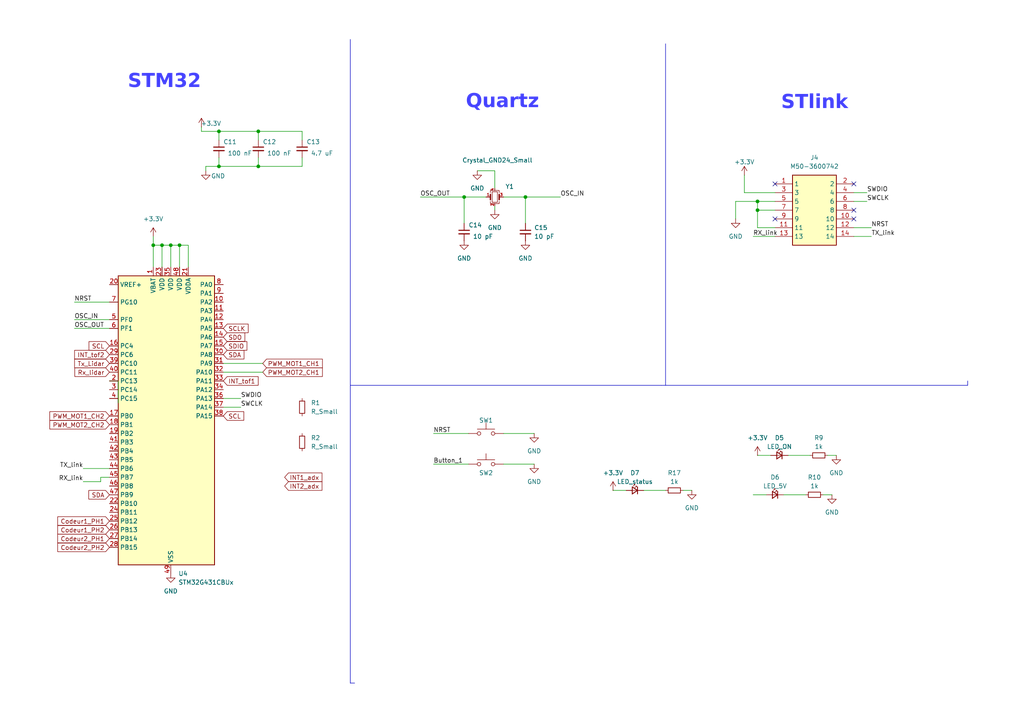
<source format=kicad_sch>
(kicad_sch (version 20231120) (generator "eeschema") (generator_version "8.0")
  (paper "A4")
  (lib_symbols
    (symbol "Device:C_Small" (pin_numbers hide) (pin_names (offset 0.254) hide)
      (property "Reference" "C" (at 0.254 1.778 0))
      (property "Value" "C_Small" (at 0.254 -2.032 0))
      (symbol "C_Small_0_1"
        (polyline (pts (xy -1.524 -0.508) (xy 1.524 -0.508)) (stroke (width 0.3302)))
        (polyline (pts (xy -1.524 0.508) (xy 1.524 0.508)) (stroke (width 0.3048)))
      )
      (symbol "C_Small_1_1"
        (pin passive line (at 0 2.54 270) (length 2.032) (name "~") (number "1"))
        (pin passive line (at 0 -2.54 90) (length 2.032) (name "~") (number "2"))
      )
    )
    (symbol "Device:Crystal_GND24_Small" (pin_names (offset 1.016) hide)
      (property "Reference" "Y" (at 1.27 4.445 0))
      (property "Value" "Crystal_GND24_Small" (at 1.27 2.54 0))
      (symbol "Crystal_GND24_Small_0_1"
        (rectangle (start -0.762 -1.524) (end 0.762 1.524))
        (polyline (pts (xy -1.27 -0.762) (xy -1.27 0.762)) (stroke (width 0.381)))
        (polyline (pts (xy 1.27 -0.762) (xy 1.27 0.762)) (stroke (width 0.381)))
        (polyline (pts (xy -1.27 -1.27) (xy -1.27 -1.905) (xy 1.27 -1.905) (xy 1.27 -1.27)))
        (polyline (pts (xy -1.27 1.27) (xy -1.27 1.905) (xy 1.27 1.905) (xy 1.27 1.27)))
      )
      (symbol "Crystal_GND24_Small_1_1"
        (pin passive line (at -2.54 0 0) (length 1.27) (name "1") (number "1"))
        (pin passive line (at 0 -2.54 90) (length 0.635) (name "2") (number "2"))
        (pin passive line (at 2.54 0 180) (length 1.27) (name "3") (number "3"))
        (pin passive line (at 0 2.54 270) (length 0.635) (name "4") (number "4"))
      )
    )
    (symbol "Device:LED_Small" (pin_numbers hide) (pin_names (offset 0.254) hide)
      (property "Reference" "D" (at -1.27 3.175 0))
      (property "Value" "LED_Small" (at -4.445 -2.54 0))
      (symbol "LED_Small_0_1"
        (polyline (pts (xy -0.762 -1.016) (xy -0.762 1.016)) (stroke (width 0.254)))
        (polyline (pts (xy 1.016 0) (xy -0.762 0)))
        (polyline (pts (xy 0.762 -1.016) (xy -0.762 0) (xy 0.762 1.016) (xy 0.762 -1.016)) (stroke (width 0.254)))
        (polyline (pts (xy 0 0.762) (xy -0.508 1.27) (xy -0.254 1.27) (xy -0.508 1.27) (xy -0.508 1.016)))
        (polyline (pts (xy 0.508 1.27) (xy 0 1.778) (xy 0.254 1.778) (xy 0 1.778) (xy 0 1.524)))
      )
      (symbol "LED_Small_1_1"
        (pin passive line (at -2.54 0 0) (length 1.778) (name "K") (number "1"))
        (pin passive line (at 2.54 0 180) (length 1.778) (name "A") (number "2"))
      )
    )
    (symbol "Device:R_Small" (pin_numbers hide) (pin_names (offset 0.254) hide)
      (property "Reference" "R" (at 0.762 0.508 0))
      (property "Value" "R_Small" (at 0.762 -1.016 0))
      (symbol "R_Small_0_1"
        (rectangle (start -0.762 1.778) (end 0.762 -1.778) (stroke (width 0.2032)))
      )
      (symbol "R_Small_1_1"
        (pin passive line (at 0 2.54 270) (length 0.762) (name "~") (number "1"))
        (pin passive line (at 0 -2.54 90) (length 0.762) (name "~") (number "2"))
      )
    )
    (symbol "M50-3600742:M50-3600742"
      (property "Reference" "J" (at 19.05 7.62 0))
      (property "Value" "M50-3600742" (at 19.05 5.08 0))
      (symbol "M50-3600742_1_1"
        (rectangle (start 5.08 2.54) (end 17.78 -17.78) (stroke (width 0.254)) (fill (type background)))
        (pin passive line (at 0 0 0) (length 5.08) (name "1") (number "1"))
        (pin passive line (at 22.86 -10.16 180) (length 5.08) (name "10") (number "10"))
        (pin passive line (at 0 -12.7 0) (length 5.08) (name "11") (number "11"))
        (pin passive line (at 22.86 -12.7 180) (length 5.08) (name "12") (number "12"))
        (pin passive line (at 0 -15.24 0) (length 5.08) (name "13") (number "13"))
        (pin passive line (at 22.86 -15.24 180) (length 5.08) (name "14") (number "14"))
        (pin passive line (at 22.86 0 180) (length 5.08) (name "2") (number "2"))
        (pin passive line (at 0 -2.54 0) (length 5.08) (name "3") (number "3"))
        (pin passive line (at 22.86 -2.54 180) (length 5.08) (name "4") (number "4"))
        (pin passive line (at 0 -5.08 0) (length 5.08) (name "5") (number "5"))
        (pin passive line (at 22.86 -5.08 180) (length 5.08) (name "6") (number "6"))
        (pin passive line (at 0 -7.62 0) (length 5.08) (name "7") (number "7"))
        (pin passive line (at 22.86 -7.62 180) (length 5.08) (name "8") (number "8"))
        (pin passive line (at 0 -10.16 0) (length 5.08) (name "9") (number "9"))
      )
    )
    (symbol "MCU_ST_STM32G4:STM32G431CBUx"
      (property "Reference" "U" (at -12.7 44.45 0))
      (property "Value" "STM32G431CBUx" (at 10.16 44.45 0))
      (symbol "STM32G431CBUx_0_1"
        (rectangle (start -12.7 -40.64) (end 15.24 43.18) (stroke (width 0.254)) (fill (type background)))
      )
      (symbol "STM32G431CBUx_1_1"
        (pin power_in line (at -2.54 45.72 270) (length 2.54) (name "VBAT") (number "1"))
        (pin bidirectional line (at 17.78 35.56 180) (length 2.54) (name "PA2") (number "10"))
        (pin bidirectional line (at 17.78 33.02 180) (length 2.54) (name "PA3") (number "11"))
        (pin bidirectional line (at 17.78 30.48 180) (length 2.54) (name "PA4") (number "12"))
        (pin bidirectional line (at 17.78 27.94 180) (length 2.54) (name "PA5") (number "13"))
        (pin bidirectional line (at 17.78 25.4 180) (length 2.54) (name "PA6") (number "14"))
        (pin bidirectional line (at 17.78 22.86 180) (length 2.54) (name "PA7") (number "15"))
        (pin bidirectional line (at -15.24 22.86 0) (length 2.54) (name "PC4") (number "16"))
        (pin bidirectional line (at -15.24 2.54 0) (length 2.54) (name "PB0") (number "17"))
        (pin bidirectional line (at -15.24 0 0) (length 2.54) (name "PB1") (number "18"))
        (pin bidirectional line (at -15.24 -2.54 0) (length 2.54) (name "PB2") (number "19"))
        (pin bidirectional line (at -15.24 12.7 0) (length 2.54) (name "PC13") (number "2"))
        (pin input line (at -15.24 40.64 0) (length 2.54) (name "VREF+") (number "20"))
        (pin power_in line (at 7.62 45.72 270) (length 2.54) (name "VDDA") (number "21"))
        (pin bidirectional line (at -15.24 -22.86 0) (length 2.54) (name "PB10") (number "22"))
        (pin power_in line (at 0 45.72 270) (length 2.54) (name "VDD") (number "23"))
        (pin bidirectional line (at -15.24 -25.4 0) (length 2.54) (name "PB11") (number "24"))
        (pin bidirectional line (at -15.24 -27.94 0) (length 2.54) (name "PB12") (number "25"))
        (pin bidirectional line (at -15.24 -30.48 0) (length 2.54) (name "PB13") (number "26"))
        (pin bidirectional line (at -15.24 -33.02 0) (length 2.54) (name "PB14") (number "27"))
        (pin bidirectional line (at -15.24 -35.56 0) (length 2.54) (name "PB15") (number "28"))
        (pin bidirectional line (at -15.24 20.32 0) (length 2.54) (name "PC6") (number "29"))
        (pin bidirectional line (at -15.24 10.16 0) (length 2.54) (name "PC14") (number "3"))
        (pin bidirectional line (at 17.78 20.32 180) (length 2.54) (name "PA8") (number "30"))
        (pin bidirectional line (at 17.78 17.78 180) (length 2.54) (name "PA9") (number "31"))
        (pin bidirectional line (at 17.78 15.24 180) (length 2.54) (name "PA10") (number "32"))
        (pin bidirectional line (at 17.78 12.7 180) (length 2.54) (name "PA11") (number "33"))
        (pin bidirectional line (at 17.78 10.16 180) (length 2.54) (name "PA12") (number "34"))
        (pin power_in line (at 2.54 45.72 270) (length 2.54) (name "VDD") (number "35"))
        (pin bidirectional line (at 17.78 7.62 180) (length 2.54) (name "PA13") (number "36"))
        (pin bidirectional line (at 17.78 5.08 180) (length 2.54) (name "PA14") (number "37"))
        (pin bidirectional line (at 17.78 2.54 180) (length 2.54) (name "PA15") (number "38"))
        (pin bidirectional line (at -15.24 17.78 0) (length 2.54) (name "PC10") (number "39"))
        (pin bidirectional line (at -15.24 7.62 0) (length 2.54) (name "PC15") (number "4"))
        (pin bidirectional line (at -15.24 15.24 0) (length 2.54) (name "PC11") (number "40"))
        (pin bidirectional line (at -15.24 -5.08 0) (length 2.54) (name "PB3") (number "41"))
        (pin bidirectional line (at -15.24 -7.62 0) (length 2.54) (name "PB4") (number "42"))
        (pin bidirectional line (at -15.24 -10.16 0) (length 2.54) (name "PB5") (number "43"))
        (pin bidirectional line (at -15.24 -12.7 0) (length 2.54) (name "PB6") (number "44"))
        (pin bidirectional line (at -15.24 -15.24 0) (length 2.54) (name "PB7") (number "45"))
        (pin bidirectional line (at -15.24 -17.78 0) (length 2.54) (name "PB8") (number "46"))
        (pin bidirectional line (at -15.24 -20.32 0) (length 2.54) (name "PB9") (number "47"))
        (pin power_in line (at 5.08 45.72 270) (length 2.54) (name "VDD") (number "48"))
        (pin power_in line (at 2.54 -43.18 90) (length 2.54) (name "VSS") (number "49"))
        (pin bidirectional line (at -15.24 30.48 0) (length 2.54) (name "PF0") (number "5"))
        (pin bidirectional line (at -15.24 27.94 0) (length 2.54) (name "PF1") (number "6"))
        (pin bidirectional line (at -15.24 35.56 0) (length 2.54) (name "PG10") (number "7"))
        (pin bidirectional line (at 17.78 40.64 180) (length 2.54) (name "PA0") (number "8"))
        (pin bidirectional line (at 17.78 38.1 180) (length 2.54) (name "PA1") (number "9"))
      )
    )
    (symbol "Switch:SW_Push" (pin_numbers hide) (pin_names (offset 1.016) hide)
      (property "Reference" "SW" (at 1.27 2.54 0))
      (property "Value" "SW_Push" (at 0 -1.524 0))
      (symbol "SW_Push_0_1"
        (circle (center -2.032 0) (radius 0.508))
        (polyline (pts (xy 0 1.27) (xy 0 3.048)))
        (polyline (pts (xy 2.54 1.27) (xy -2.54 1.27)))
        (circle (center 2.032 0) (radius 0.508))
        (pin passive line (at -5.08 0 0) (length 2.54) (name "1") (number "1"))
        (pin passive line (at 5.08 0 180) (length 2.54) (name "2") (number "2"))
      )
    )
    (symbol "power:+3.3V" (power) (pin_numbers hide) (pin_names (offset 0) hide)
      (property "Value" "+3.3V" (at 0 3.556 0))
      (symbol "+3.3V_0_1"
        (polyline (pts (xy -0.762 1.27) (xy 0 2.54)))
        (polyline (pts (xy 0 0) (xy 0 2.54)))
        (polyline (pts (xy 0 2.54) (xy 0.762 1.27)))
      )
      (symbol "+3.3V_1_1"
        (pin power_in line (at 0 0 90) (length 0) (name "~") (number "1"))
      )
    )
    (symbol "power:GND" (power) (pin_numbers hide) (pin_names (offset 0) hide)
      (property "Value" "GND" (at 0 -3.81 0))
      (symbol "GND_0_1"
        (polyline (pts (xy 0 0) (xy 0 -1.27) (xy 1.27 -1.27) (xy 0 -2.54) (xy -1.27 -1.27) (xy 0 -1.27)))
      )
      (symbol "GND_1_1"
        (pin power_in line (at 0 0 270) (length 0) (name "~") (number "1"))
      )
    )
  )
  (junction (at 46.99 71.12))
  (junction (at 52.07 71.12))
  (junction (at 49.53 71.12))
  (junction (at 44.45 71.12))
  (junction (at 219.71 60.96))
  (junction (at 219.71 58.42))
  (junction (at 63.5 38.1))
  (junction (at 74.93 38.1))
  (junction (at 63.5 48.26))
  (junction (at 134.62 57.15))
  (junction (at 152.4 57.15))
  (junction (at 74.93 48.26))
  (no_connect (at 247.65 63.5))
  (no_connect (at 224.79 63.5))
  (no_connect (at 247.65 53.34))
  (no_connect (at 224.79 53.34))
  (no_connect (at 247.65 60.96))
  (wire (pts (xy 87.63 45.72) (xy 87.63 48.26)))
  (wire (pts (xy 34.29 110.49) (xy 31.75 110.49)))
  (wire (pts (xy 143.51 49.53) (xy 143.51 54.61)))
  (wire (pts (xy 63.5 45.72) (xy 63.5 48.26)))
  (wire (pts (xy 34.29 116.84) (xy 34.29 110.49)))
  (wire (pts (xy 138.43 49.53) (xy 143.51 49.53)))
  (polyline (pts (xy 193.04 12.7) (xy 193.04 111.76)))
  (wire (pts (xy 64.77 107.95) (xy 76.2 107.95)))
  (wire (pts (xy 152.4 57.15) (xy 162.56 57.15)))
  (wire (pts (xy 219.71 58.42) (xy 219.71 60.96)))
  (wire (pts (xy 224.79 58.42) (xy 219.71 58.42)))
  (wire (pts (xy 24.13 135.89) (xy 31.75 135.89)))
  (wire (pts (xy 213.36 58.42) (xy 213.36 63.5)))
  (wire (pts (xy 29.21 139.7) (xy 24.13 139.7)))
  (wire (pts (xy 219.71 66.04) (xy 219.71 60.96)))
  (wire (pts (xy 21.59 95.25) (xy 31.75 95.25)))
  (polyline (pts (xy 193.04 111.76) (xy 280.67 111.76)))
  (wire (pts (xy 125.73 125.73) (xy 135.89 125.73)))
  (wire (pts (xy 87.63 38.1) (xy 74.93 38.1)))
  (wire (pts (xy 46.99 71.12) (xy 46.99 77.47)))
  (wire (pts (xy 44.45 68.58) (xy 44.45 71.12)))
  (wire (pts (xy 58.42 36.83) (xy 58.42 38.1)))
  (wire (pts (xy 143.51 59.69) (xy 143.51 60.96)))
  (wire (pts (xy 252.73 68.58) (xy 247.65 68.58)))
  (wire (pts (xy 63.5 38.1) (xy 63.5 40.64)))
  (wire (pts (xy 74.93 38.1) (xy 63.5 38.1)))
  (wire (pts (xy 228.6 132.08) (xy 234.95 132.08)))
  (wire (pts (xy 63.5 48.26) (xy 59.69 48.26)))
  (wire (pts (xy 52.07 77.47) (xy 52.07 71.12)))
  (wire (pts (xy 186.69 142.24) (xy 193.04 142.24)))
  (wire (pts (xy 238.76 143.51) (xy 241.3 143.51)))
  (wire (pts (xy 152.4 57.15) (xy 146.05 57.15)))
  (wire (pts (xy 69.85 115.57) (xy 64.77 115.57)))
  (wire (pts (xy 52.07 71.12) (xy 49.53 71.12)))
  (wire (pts (xy 224.79 66.04) (xy 219.71 66.04)))
  (wire (pts (xy 49.53 71.12) (xy 49.53 77.47)))
  (wire (pts (xy 177.8 142.24) (xy 181.61 142.24)))
  (polyline (pts (xy 280.67 110.49) (xy 280.67 111.76)))
  (polyline (pts (xy 191.77 111.76) (xy 193.04 111.76)))
  (wire (pts (xy 251.46 58.42) (xy 247.65 58.42)))
  (wire (pts (xy 49.53 71.12) (xy 46.99 71.12)))
  (wire (pts (xy 87.63 40.64) (xy 87.63 38.1)))
  (wire (pts (xy 69.85 118.11) (xy 64.77 118.11)))
  (wire (pts (xy 74.93 48.26) (xy 87.63 48.26)))
  (wire (pts (xy 240.03 132.08) (xy 242.57 132.08)))
  (wire (pts (xy 29.21 138.43) (xy 29.21 139.7)))
  (polyline (pts (xy 101.6 11.43) (xy 101.6 198.12)))
  (wire (pts (xy 74.93 38.1) (xy 74.93 40.64)))
  (wire (pts (xy 146.05 125.73) (xy 154.94 125.73)))
  (wire (pts (xy 52.07 71.12) (xy 54.61 71.12)))
  (wire (pts (xy 54.61 77.47) (xy 54.61 71.12)))
  (wire (pts (xy 227.33 143.51) (xy 233.68 143.51)))
  (polyline (pts (xy 101.6 111.76) (xy 191.77 111.76)))
  (wire (pts (xy 44.45 71.12) (xy 44.45 77.47)))
  (wire (pts (xy 125.73 134.62) (xy 135.89 134.62)))
  (wire (pts (xy 219.71 58.42) (xy 213.36 58.42)))
  (wire (pts (xy 63.5 48.26) (xy 74.93 48.26)))
  (polyline (pts (xy 101.6 198.12) (xy 102.87 198.12)))
  (wire (pts (xy 152.4 57.15) (xy 152.4 64.77)))
  (wire (pts (xy 59.69 48.26) (xy 59.69 49.53)))
  (wire (pts (xy 218.44 143.51) (xy 222.25 143.51)))
  (wire (pts (xy 146.05 134.62) (xy 154.94 134.62)))
  (wire (pts (xy 218.44 68.58) (xy 224.79 68.58)))
  (wire (pts (xy 21.59 92.71) (xy 31.75 92.71)))
  (wire (pts (xy 31.75 138.43) (xy 29.21 138.43)))
  (wire (pts (xy 21.59 87.63) (xy 31.75 87.63)))
  (wire (pts (xy 198.12 142.24) (xy 200.66 142.24)))
  (wire (pts (xy 46.99 71.12) (xy 44.45 71.12)))
  (wire (pts (xy 215.9 50.8) (xy 215.9 55.88)))
  (wire (pts (xy 224.79 55.88) (xy 215.9 55.88)))
  (wire (pts (xy 134.62 57.15) (xy 140.97 57.15)))
  (wire (pts (xy 58.42 38.1) (xy 63.5 38.1)))
  (wire (pts (xy 219.71 60.96) (xy 224.79 60.96)))
  (wire (pts (xy 247.65 66.04) (xy 252.73 66.04)))
  (wire (pts (xy 76.2 105.41) (xy 64.77 105.41)))
  (wire (pts (xy 121.92 57.15) (xy 134.62 57.15)))
  (wire (pts (xy 74.93 45.72) (xy 74.93 48.26)))
  (wire (pts (xy 251.46 55.88) (xy 247.65 55.88)))
  (wire (pts (xy 134.62 57.15) (xy 134.62 64.77)))
  (wire (pts (xy 219.71 132.08) (xy 223.52 132.08)))
  (text "Quartz\n" (at 135.128 33.02 0) (effects (font (size 4 4) (bold yes)) (justify left bottom)))
  (text "STM32\n" (at 37.084 27.178 0) (effects (font (size 4 4) (bold yes)) (justify left bottom)))
  (text "STlink" (at 226.568 33.274 0) (effects (font (size 4 4) (bold yes)) (justify left bottom)))
  (label "SWCLK" (at 251.46 58.42 0))
  (label "NRST" (at 252.73 66.04 0))
  (label "NRST" (at 21.59 87.63 0))
  (label "OSC_OUT" (at 121.92 57.15 0))
  (label "TX_link" (at 252.73 68.58 0))
  (label "Button_1" (at 125.73 134.62 0))
  (label "NRST" (at 125.73 125.73 0))
  (label "SWDIO" (at 251.46 55.88 0))
  (label "RX_link" (at 218.44 68.58 0))
  (label "OSC_OUT" (at 21.59 95.25 0))
  (label "OSC_IN" (at 21.59 92.71 0))
  (label "TX_link" (at 24.13 135.89 180))
  (label "SWCLK" (at 69.85 118.11 0))
  (label "OSC_IN" (at 162.56 57.15 0))
  (label "SWDIO" (at 69.85 115.57 0))
  (label "RX_link" (at 24.13 139.7 180))
  (global_label "SDO" (shape input) (at 64.77 97.79 0) (property "Intersheetrefs" "${INTERSHEET_REFS}" (effects (hide yes))))
  (global_label "PWM_MOT1_CH2" (shape input) (at 31.75 120.65 180) (property "Intersheetrefs" "${INTERSHEET_REFS}" (effects (hide yes))))
  (global_label "Codeur2_PH1" (shape input) (at 31.75 156.21 180) (property "Intersheetrefs" "${INTERSHEET_REFS}" (effects (hide yes))))
  (global_label "INT2_adx" (shape input) (at 82.55 140.97 0) (property "Intersheetrefs" "${INTERSHEET_REFS}" (effects (hide yes))))
  (global_label "SCLK" (shape input) (at 64.77 95.25 0) (property "Intersheetrefs" "${INTERSHEET_REFS}" (effects (hide yes))))
  (global_label "PWM_MOT2_CH1" (shape input) (at 76.2 107.95 0) (property "Intersheetrefs" "${INTERSHEET_REFS}" (effects (hide yes))))
  (global_label "SDIO" (shape input) (at 64.77 100.33 0) (property "Intersheetrefs" "${INTERSHEET_REFS}" (effects (hide yes))))
  (global_label "INT_tof1" (shape input) (at 64.77 110.49 0) (property "Intersheetrefs" "${INTERSHEET_REFS}" (effects (hide yes))))
  (global_label "INT1_adx" (shape input) (at 82.55 138.43 0) (property "Intersheetrefs" "${INTERSHEET_REFS}" (effects (hide yes))))
  (global_label "SDA" (shape input) (at 31.75 143.51 180) (property "Intersheetrefs" "${INTERSHEET_REFS}" (effects (hide yes))))
  (global_label "SDA" (shape input) (at 64.77 102.87 0) (property "Intersheetrefs" "${INTERSHEET_REFS}" (effects (hide yes))))
  (global_label "Codeur1_PH1" (shape input) (at 31.75 151.13 180) (property "Intersheetrefs" "${INTERSHEET_REFS}" (effects (hide yes))))
  (global_label "Codeur1_PH2" (shape input) (at 31.75 153.67 180) (property "Intersheetrefs" "${INTERSHEET_REFS}" (effects (hide yes))))
  (global_label "PWM_MOT2_CH2" (shape input) (at 31.75 123.19 180) (property "Intersheetrefs" "${INTERSHEET_REFS}" (effects (hide yes))))
  (global_label "Tx_Lidar" (shape input) (at 31.75 105.41 180) (property "Intersheetrefs" "${INTERSHEET_REFS}" (effects (hide yes))))
  (global_label "Rx_lidar" (shape input) (at 31.75 107.95 180) (property "Intersheetrefs" "${INTERSHEET_REFS}" (effects (hide yes))))
  (global_label "INT_tof2" (shape input) (at 31.75 102.87 180) (property "Intersheetrefs" "${INTERSHEET_REFS}" (effects (hide yes))))
  (global_label "SCL" (shape input) (at 31.75 100.33 180) (property "Intersheetrefs" "${INTERSHEET_REFS}" (effects (hide yes))))
  (global_label "Codeur2_PH2" (shape input) (at 31.75 158.75 180) (property "Intersheetrefs" "${INTERSHEET_REFS}" (effects (hide yes))))
  (global_label "SCL" (shape input) (at 64.77 120.65 0) (property "Intersheetrefs" "${INTERSHEET_REFS}" (effects (hide yes))))
  (global_label "PWM_MOT1_CH1" (shape input) (at 76.2 105.41 0) (property "Intersheetrefs" "${INTERSHEET_REFS}" (effects (hide yes))))
  (symbol (lib_id "Device:C_Small") (at 152.4 67.31 0) (unit 1)
    (property "Reference" "C15" (at 154.94 66.0462 0) (effects (justify left)))
    (property "Value" "10 pF" (at 154.94 68.5862 0) (effects (justify left)))
    (property "Description" "Unpolarized capacitor, small symbol" (effects (hide yes)))
  )
  (symbol (lib_id "power:GND") (at 241.3 143.51 0) (unit 1)
    (property "Reference" "#PWR038" (effects (hide yes)))
    (property "Value" "GND" (at 241.3 148.59 0))
    (property "Description" "Power symbol creates a global label with name \"GND\" , ground" (effects (hide yes)))
  )
  (symbol (lib_id "Device:R_Small") (at 236.22 143.51 90) (unit 1)
    (property "Reference" "R10" (at 236.22 138.43 90))
    (property "Value" "1k" (at 236.22 140.97 90))
    (property "Footprint" "Resistor_SMD:R_0603_1608Metric_Pad0.98x0.95mm_HandSolder" (effects (hide yes)))
    (property "Description" "Resistor, small symbol" (effects (hide yes)))
    (property "Height" "0603" (effects (hide yes)))
  )
  (symbol (lib_id "power:GND") (at 49.53 166.37 0) (unit 1)
    (property "Reference" "#PWR025" (effects (hide yes)))
    (property "Value" "GND" (at 49.53 171.45 0))
    (property "Description" "Power symbol creates a global label with name \"GND\" , ground" (effects (hide yes)))
  )
  (symbol (lib_id "Device:LED_Small") (at 184.15 142.24 0) (mirror y) (unit 1)
    (property "Reference" "D7" (at 184.15 137.16 0))
    (property "Value" "LED_status" (at 184.15 139.7 0))
    (property "Footprint" "LED_SMD:LED_0603_1608Metric_Pad1.05x0.95mm_HandSolder" (effects (hide yes)))
    (property "Description" "Light emitting diode, small symbol" (effects (hide yes)))
  )
  (symbol (lib_id "Device:Crystal_GND24_Small") (at 143.51 57.15 0) (unit 1)
    (property "Reference" "Y1" (at 147.828 54.102 0))
    (property "Value" "Crystal_GND24_Small" (at 144.272 46.482 0))
    (property "Footprint" "Crystal:Crystal_SMD_3225-4Pin_3.2x2.5mm" (effects (hide yes)))
    (property "Description" "Four pin crystal, GND on pins 2 and 4, small symbol" (effects (hide yes)))
  )
  (symbol (lib_id "MCU_ST_STM32G4:STM32G431CBUx") (at 46.99 123.19 0) (unit 1)
    (property "Reference" "U4" (at 51.7241 166.37 0) (effects (justify left)))
    (property "Value" "STM32G431CBUx" (at 51.7241 168.91 0) (effects (justify left)))
    (property "Footprint" "Package_DFN_QFN:QFN-48-1EP_7x7mm_P0.5mm_EP5.6x5.6mm" (effects (hide yes)))
    (property "Datasheet" "https://www.st.com/resource/en/datasheet/stm32g431cb.pdf" (effects (hide yes)))
    (property "Description" "STMicroelectronics Arm Cortex-M4 MCU, 128KB flash, 32KB RAM, 170 MHz, 1.71-3.6V, 42 GPIO, UFQFPN48" (effects (hide yes)))
  )
  (symbol (lib_id "power:+3.3V") (at 177.8 142.24 0) (unit 1)
    (property "Reference" "#PWR056" (effects (hide yes)))
    (property "Value" "+3.3V" (at 177.8 137.16 0))
    (property "Description" "Power symbol creates a global label with name \"+3.3V\"" (effects (hide yes)))
  )
  (symbol (lib_id "power:GND") (at 134.62 69.85 0) (unit 1)
    (property "Reference" "#PWR028" (effects (hide yes)))
    (property "Value" "GND" (at 134.62 74.93 0))
    (property "Description" "Power symbol creates a global label with name \"GND\" , ground" (effects (hide yes)))
  )
  (symbol (lib_id "power:+3.3V") (at 215.9 50.8 0) (unit 1)
    (property "Reference" "#PWR035" (effects (hide yes)))
    (property "Value" "+3.3V" (at 215.9 46.99 0))
    (property "Description" "Power symbol creates a global label with name \"+3.3V\"" (effects (hide yes)))
  )
  (symbol (lib_id "Device:R_Small") (at 237.49 132.08 90) (unit 1)
    (property "Reference" "R9" (at 237.49 127 90))
    (property "Value" "1k" (at 237.49 129.54 90))
    (property "Footprint" "Resistor_SMD:R_0603_1608Metric_Pad0.98x0.95mm_HandSolder" (effects (hide yes)))
    (property "Description" "Resistor, small symbol" (effects (hide yes)))
    (property "Height" "0603" (effects (hide yes)))
  )
  (symbol (lib_id "power:GND") (at 152.4 69.85 0) (unit 1)
    (property "Reference" "#PWR031" (effects (hide yes)))
    (property "Value" "GND" (at 152.4 74.93 0))
    (property "Description" "Power symbol creates a global label with name \"GND\" , ground" (effects (hide yes)))
  )
  (symbol (lib_id "Device:C_Small") (at 63.5 43.18 0) (unit 1)
    (property "Reference" "C11" (at 64.77 41.148 0) (effects (justify left)))
    (property "Value" "100 nF" (at 66.04 44.4562 0) (effects (justify left)))
    (property "Description" "Unpolarized capacitor, small symbol" (effects (hide yes)))
  )
  (symbol (lib_id "Device:R_Small") (at 87.63 128.27 0) (unit 1)
    (property "Reference" "R2" (at 90.17 126.9999 0) (effects (justify left)))
    (property "Value" "R_Small" (at 90.17 129.5399 0) (effects (justify left)))
    (property "Description" "Resistor, small symbol" (effects (hide yes)))
  )
  (symbol (lib_id "Switch:SW_Push") (at 140.97 125.73 0) (unit 1)
    (property "Reference" "SW1" (at 140.97 121.92 0))
    (property "Value" "SW_Push" (effects (hide yes)))
    (property "Footprint" "Button_Switch_SMD:SW_SPST_B3U-1000P" (effects (hide yes)))
    (property "Description" "Push button switch, generic, two pins" (effects (hide yes)))
    (property "Height" "1206" (effects (hide yes)))
  )
  (symbol (lib_id "Device:R_Small") (at 87.63 118.11 0) (unit 1)
    (property "Reference" "R1" (at 90.17 116.8399 0) (effects (justify left)))
    (property "Value" "R_Small" (at 90.17 119.3799 0) (effects (justify left)))
    (property "Description" "Resistor, small symbol" (effects (hide yes)))
  )
  (symbol (lib_id "power:GND") (at 154.94 134.62 0) (unit 1)
    (property "Reference" "#PWR033" (effects (hide yes)))
    (property "Value" "GND" (at 154.94 139.7 0))
    (property "Description" "Power symbol creates a global label with name \"GND\" , ground" (effects (hide yes)))
  )
  (symbol (lib_id "power:+3.3V") (at 44.45 68.58 0) (unit 1)
    (property "Reference" "#PWR024" (effects (hide yes)))
    (property "Value" "+3.3V" (at 44.45 63.5 0))
    (property "Description" "Power symbol creates a global label with name \"+3.3V\"" (effects (hide yes)))
  )
  (symbol (lib_id "power:GND") (at 213.36 63.5 0) (unit 1)
    (property "Reference" "#PWR034" (effects (hide yes)))
    (property "Value" "GND" (at 213.36 68.58 0))
    (property "Description" "Power symbol creates a global label with name \"GND\" , ground" (effects (hide yes)))
  )
  (symbol (lib_id "power:GND") (at 154.94 125.73 0) (unit 1)
    (property "Reference" "#PWR032" (effects (hide yes)))
    (property "Value" "GND" (at 154.94 130.81 0))
    (property "Description" "Power symbol creates a global label with name \"GND\" , ground" (effects (hide yes)))
  )
  (symbol (lib_id "M50-3600742:M50-3600742") (at 224.79 53.34 0) (unit 1)
    (property "Reference" "J4" (at 236.22 45.72 0))
    (property "Value" "M50-3600742" (at 236.22 48.26 0))
    (property "Footprint" "Crystal:Crystal_SMD_3225-4Pin_3.2x2.5mm" (effects (hide yes)))
    (property "Datasheet" "https://cdn.harwin.com/pdfs/M50-360.pdf" (effects (hide yes)))
    (property "Description" "1.27mm (0.05\") Pitch DIL Vertical SMT Pin Header, selective gold + tin, 7+7 contacts" (effects (hide yes)))
    (property "Manufacturer_Name" "Harwin" (effects (hide yes)))
    (property "Manufacturer_Part_Number" "M50-3600742" (effects (hide yes)))
    (property "Mouser Part Number" "855-M50-3600742" (effects (hide yes)))
    (property "Mouser Price/Stock" "https://www.mouser.co.uk/ProductDetail/Harwin/M50-3600742?qs=9fQaSFfsqszE0OC0QY%2F0jw%3D%3D" (effects (hide yes)))
  )
  (symbol (lib_id "Switch:SW_Push") (at 140.97 134.62 0) (unit 1)
    (property "Reference" "SW2" (at 140.97 137.16 0))
    (property "Value" "SW_Push" (effects (hide yes)))
    (property "Footprint" "Button_Switch_SMD:SW_SPST_B3U-1000P" (effects (hide yes)))
    (property "Description" "Push button switch, generic, two pins" (effects (hide yes)))
    (property "Height" "1206" (effects (hide yes)))
  )
  (symbol (lib_id "Device:C_Small") (at 134.62 67.31 0) (unit 1)
    (property "Reference" "C14" (at 135.89 65.278 0) (effects (justify left)))
    (property "Value" "10 pF" (at 137.16 68.5862 0) (effects (justify left)))
    (property "Description" "Unpolarized capacitor, small symbol" (effects (hide yes)))
  )
  (symbol (lib_id "power:GND") (at 143.51 60.96 0) (unit 1)
    (property "Reference" "#PWR030" (effects (hide yes)))
    (property "Value" "GND" (at 143.51 66.04 0))
    (property "Description" "Power symbol creates a global label with name \"GND\" , ground" (effects (hide yes)))
  )
  (symbol (lib_id "power:+3.3V") (at 219.71 132.08 0) (unit 1)
    (property "Reference" "#PWR036" (effects (hide yes)))
    (property "Value" "+3.3V" (at 219.71 127 0))
    (property "Description" "Power symbol creates a global label with name \"+3.3V\"" (effects (hide yes)))
  )
  (symbol (lib_id "Device:C_Small") (at 74.93 43.18 0) (unit 1)
    (property "Reference" "C12" (at 76.2 41.148 0) (effects (justify left)))
    (property "Value" "100 nF" (at 77.47 44.4562 0) (effects (justify left)))
    (property "Description" "Unpolarized capacitor, small symbol" (effects (hide yes)))
  )
  (symbol (lib_id "Device:LED_Small") (at 224.79 143.51 0) (mirror y) (unit 1)
    (property "Reference" "D6" (at 224.79 138.43 0))
    (property "Value" "LED_5V" (at 224.79 140.97 0))
    (property "Footprint" "LED_SMD:LED_0603_1608Metric_Pad1.05x0.95mm_HandSolder" (effects (hide yes)))
    (property "Description" "Light emitting diode, small symbol" (effects (hide yes)))
  )
  (symbol (lib_id "Device:LED_Small") (at 226.06 132.08 0) (mirror y) (unit 1)
    (property "Reference" "D5" (at 226.06 127 0))
    (property "Value" "LED_ON" (at 226.06 129.54 0))
    (property "Footprint" "LED_SMD:LED_0603_1608Metric_Pad1.05x0.95mm_HandSolder" (effects (hide yes)))
    (property "Description" "Light emitting diode, small symbol" (effects (hide yes)))
  )
  (symbol (lib_id "power:GND") (at 200.66 142.24 0) (unit 1)
    (property "Reference" "#PWR057" (effects (hide yes)))
    (property "Value" "GND" (at 200.66 147.32 0))
    (property "Description" "Power symbol creates a global label with name \"GND\" , ground" (effects (hide yes)))
  )
  (symbol (lib_id "power:GND") (at 242.57 132.08 0) (unit 1)
    (property "Reference" "#PWR037" (effects (hide yes)))
    (property "Value" "GND" (at 242.57 137.16 0))
    (property "Description" "Power symbol creates a global label with name \"GND\" , ground" (effects (hide yes)))
  )
  (symbol (lib_id "power:+3.3V") (at 58.42 36.83 0) (unit 1)
    (property "Reference" "#PWR026" (effects (hide yes)))
    (property "Value" "+3.3V" (at 61.214 35.814 0))
    (property "Description" "Power symbol creates a global label with name \"+3.3V\"" (effects (hide yes)))
  )
  (symbol (lib_id "power:GND") (at 138.43 49.53 0) (unit 1)
    (property "Reference" "#PWR029" (effects (hide yes)))
    (property "Value" "GND" (at 138.43 54.61 0))
    (property "Description" "Power symbol creates a global label with name \"GND\" , ground" (effects (hide yes)))
  )
  (symbol (lib_id "Device:C_Small") (at 87.63 43.18 0) (unit 1)
    (property "Reference" "C13" (at 88.9 41.148 0) (effects (justify left)))
    (property "Value" "4.7 uF" (at 90.17 44.4562 0) (effects (justify left)))
    (property "Description" "Unpolarized capacitor, small symbol" (effects (hide yes)))
  )
  (symbol (lib_id "Device:R_Small") (at 195.58 142.24 90) (unit 1)
    (property "Reference" "R17" (at 195.58 137.16 90))
    (property "Value" "1k" (at 195.58 139.7 90))
    (property "Footprint" "Resistor_SMD:R_0603_1608Metric_Pad0.98x0.95mm_HandSolder" (effects (hide yes)))
    (property "Description" "Resistor, small symbol" (effects (hide yes)))
    (property "Height" "0603" (effects (hide yes)))
  )
  (symbol (lib_id "power:GND") (at 59.69 49.53 0) (unit 1)
    (property "Reference" "#PWR027" (effects (hide yes)))
    (property "Value" "GND" (at 63.246 51.054 0))
    (property "Description" "Power symbol creates a global label with name \"GND\" , ground" (effects (hide yes)))
  )
)
</source>
